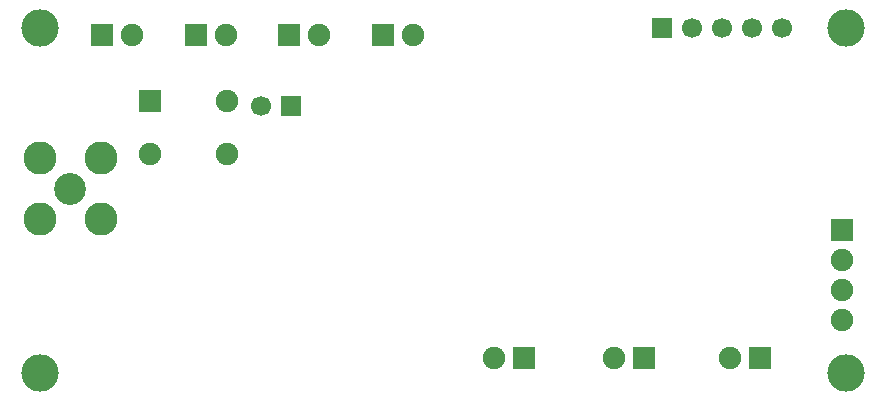
<source format=gbr>
%TF.GenerationSoftware,Novarm,DipTrace,3.3.0.1*%
%TF.CreationDate,2018-11-14T10:18:33-08:00*%
%FSLAX26Y26*%
%MOIN*%
%TF.FileFunction,Soldermask,Bot*%
%TF.Part,Single*%
%ADD45C,0.125*%
%ADD72C,0.074809*%
%ADD76C,0.066935*%
%ADD78R,0.066935X0.066935*%
%ADD80C,0.074809*%
%ADD82R,0.074809X0.074809*%
%ADD88C,0.106305*%
%ADD90C,0.110242*%
G75*
G01*
%LPD*%
D90*
X518700Y1031200D3*
X721456D3*
Y1233956D3*
X518700D3*
D88*
X620078Y1132578D3*
D45*
X3206200Y518700D3*
X518700Y1668700D3*
X3206200D3*
X518700Y518700D3*
D82*
X2131200Y568700D3*
D80*
X2031200D3*
D78*
X1356200Y1406200D3*
D76*
X1256200D3*
D82*
X2531200Y568700D3*
D80*
X2431200D3*
D82*
X2918700D3*
D80*
X2818700D3*
D82*
X1662598Y1643700D3*
D80*
X1762598D3*
D82*
X1350098D3*
D80*
X1450098D3*
D78*
X2593700Y1668700D3*
D76*
X2693700D3*
X2793700D3*
X2893700D3*
X2993700D3*
D82*
X3193700Y993700D3*
D80*
Y893700D3*
Y793700D3*
Y693700D3*
D82*
X1037598Y1643700D3*
D80*
X1137598D3*
D82*
X725098D3*
D80*
X825098D3*
D82*
X886781Y1424340D3*
D72*
Y1247175D3*
X1142687D3*
Y1424340D3*
M02*

</source>
